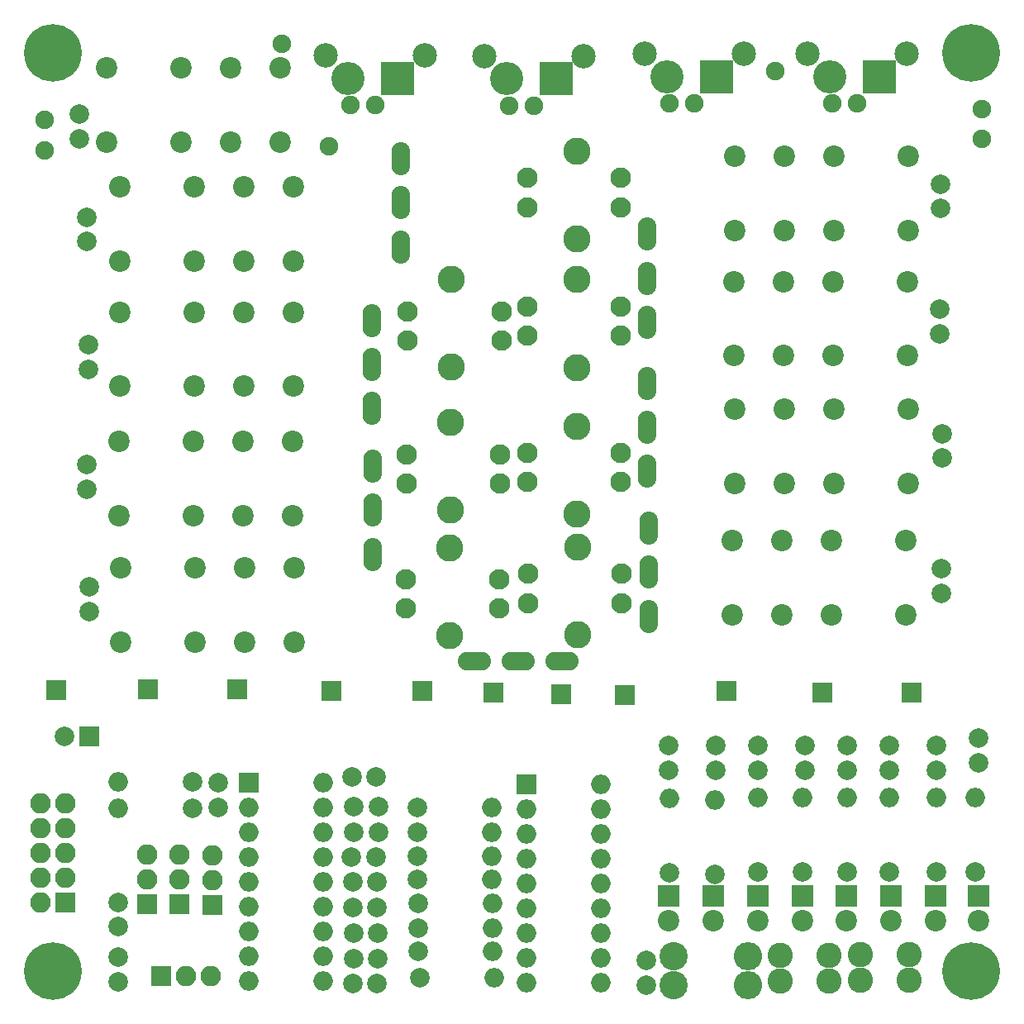
<source format=gbr>
G04 #@! TF.FileFunction,Soldermask,Bot*
%FSLAX46Y46*%
G04 Gerber Fmt 4.6, Leading zero omitted, Abs format (unit mm)*
G04 Created by KiCad (PCBNEW 4.0.7) date 06/02/19 08:27:19*
%MOMM*%
%LPD*%
G01*
G04 APERTURE LIST*
%ADD10C,0.100000*%
%ADD11R,2.000000X2.000000*%
%ADD12O,2.000000X2.000000*%
%ADD13C,2.900000*%
%ADD14O,2.900000X2.900000*%
%ADD15R,2.200000X2.200000*%
%ADD16C,2.200000*%
%ADD17C,2.000000*%
%ADD18R,2.100000X2.100000*%
%ADD19O,2.100000X2.100000*%
%ADD20C,5.900000*%
%ADD21O,1.900000X3.400000*%
%ADD22O,3.400000X1.900000*%
%ADD23C,2.600000*%
%ADD24C,2.100000*%
%ADD25C,2.800000*%
%ADD26O,1.900000X1.900000*%
%ADD27C,1.900000*%
%ADD28C,2.500000*%
%ADD29R,3.400000X3.400000*%
%ADD30C,3.400000*%
G04 APERTURE END LIST*
D10*
D11*
X73025000Y-127762000D03*
D12*
X80645000Y-148082000D03*
X73025000Y-130302000D03*
X80645000Y-145542000D03*
X73025000Y-132842000D03*
X80645000Y-143002000D03*
X73025000Y-135382000D03*
X80645000Y-140462000D03*
X73025000Y-137922000D03*
X80645000Y-137922000D03*
X73025000Y-140462000D03*
X80645000Y-135382000D03*
X73025000Y-143002000D03*
X80645000Y-132842000D03*
X73025000Y-145542000D03*
X80645000Y-130302000D03*
X73025000Y-148082000D03*
X80645000Y-127762000D03*
D13*
X116586000Y-145542000D03*
D14*
X124206000Y-145542000D03*
D15*
X138811000Y-139319000D03*
D16*
X138811000Y-141859000D03*
D17*
X67259200Y-127609600D03*
D12*
X59639200Y-127609600D03*
D15*
X125222000Y-139319000D03*
D16*
X125222000Y-141859000D03*
D17*
X143510000Y-136906000D03*
D12*
X143510000Y-129286000D03*
D15*
X120650000Y-139319000D03*
D16*
X120650000Y-141859000D03*
D11*
X101473000Y-127889000D03*
D12*
X109093000Y-148209000D03*
X101473000Y-130429000D03*
X109093000Y-145669000D03*
X101473000Y-132969000D03*
X109093000Y-143129000D03*
X101473000Y-135509000D03*
X109093000Y-140589000D03*
X101473000Y-138049000D03*
X109093000Y-138049000D03*
X101473000Y-140589000D03*
X109093000Y-135509000D03*
X101473000Y-143129000D03*
X109093000Y-132969000D03*
X101473000Y-145669000D03*
X109093000Y-130429000D03*
X101473000Y-148209000D03*
X109093000Y-127889000D03*
D17*
X116078000Y-123952000D03*
X116078000Y-126452000D03*
X120904000Y-123952000D03*
X120904000Y-126452000D03*
X125222000Y-123952000D03*
X125222000Y-126452000D03*
X130048000Y-123952000D03*
X130048000Y-126452000D03*
X134366000Y-123952000D03*
X134366000Y-126452000D03*
X138684000Y-123952000D03*
X138684000Y-126452000D03*
X143510000Y-123952000D03*
X143510000Y-126452000D03*
X147828000Y-123190000D03*
X147828000Y-125690000D03*
X69926200Y-130225800D03*
X69926200Y-127725800D03*
D18*
X69342000Y-140258800D03*
D19*
X69342000Y-137718800D03*
X69342000Y-135178800D03*
D18*
X65963800Y-140182600D03*
D19*
X65963800Y-137642600D03*
X65963800Y-135102600D03*
D18*
X62611000Y-140182600D03*
D19*
X62611000Y-137642600D03*
X62611000Y-135102600D03*
D17*
X67259200Y-130378200D03*
D12*
X59639200Y-130378200D03*
D20*
X53000000Y-147000000D03*
X147002500Y-147002500D03*
D15*
X129794000Y-139319000D03*
D16*
X129794000Y-141859000D03*
D15*
X134239000Y-139319000D03*
D16*
X134239000Y-141859000D03*
D15*
X143383000Y-139319000D03*
D16*
X143383000Y-141859000D03*
D15*
X147828000Y-139319000D03*
D16*
X147828000Y-141859000D03*
D17*
X116141500Y-136969500D03*
D12*
X116141500Y-129349500D03*
D17*
X120777000Y-137160000D03*
D12*
X120777000Y-129540000D03*
D17*
X125222000Y-136906000D03*
D12*
X125222000Y-129286000D03*
D17*
X129794000Y-136906000D03*
D12*
X129794000Y-129286000D03*
D17*
X134366000Y-136906000D03*
D12*
X134366000Y-129286000D03*
D17*
X138684000Y-136906000D03*
D12*
X138684000Y-129286000D03*
D17*
X147447000Y-136906000D03*
D12*
X147447000Y-129286000D03*
D17*
X86106000Y-127152400D03*
X83606000Y-127152400D03*
D21*
X88646000Y-68326000D03*
X88646000Y-63826000D03*
X88646000Y-72826000D03*
X85661500Y-84899500D03*
X85661500Y-80399500D03*
X85661500Y-89399500D03*
X85725000Y-99822000D03*
X85725000Y-95322000D03*
X85725000Y-104322000D03*
X114046000Y-106172000D03*
X114046000Y-110672000D03*
X114046000Y-101672000D03*
X113880000Y-91310000D03*
X113880000Y-95810000D03*
X113880000Y-86810000D03*
X113875000Y-76050000D03*
X113875000Y-80550000D03*
X113875000Y-71550000D03*
D22*
X100647500Y-115316000D03*
X105147500Y-115316000D03*
X96147500Y-115316000D03*
D18*
X140970000Y-118491000D03*
X111569500Y-118745000D03*
X90805000Y-118300500D03*
X98107500Y-118491000D03*
X53340000Y-118237000D03*
X81470500Y-118300500D03*
X105029000Y-118681500D03*
X62674500Y-118173500D03*
X71818500Y-118173500D03*
X121983500Y-118364000D03*
X131826000Y-118491000D03*
D17*
X90297000Y-130302000D03*
D12*
X97917000Y-130302000D03*
D17*
X90297000Y-132842000D03*
D12*
X97917000Y-132842000D03*
D17*
X90297000Y-135255000D03*
D12*
X97917000Y-135255000D03*
D17*
X90297000Y-137668000D03*
D12*
X97917000Y-137668000D03*
D17*
X90424000Y-140081000D03*
D12*
X98044000Y-140081000D03*
D17*
X90424000Y-142621000D03*
D12*
X98044000Y-142621000D03*
D17*
X90424000Y-145034000D03*
D12*
X98044000Y-145034000D03*
D17*
X90551000Y-147701000D03*
D12*
X98171000Y-147701000D03*
D15*
X116078000Y-139319000D03*
D16*
X116078000Y-141859000D03*
D17*
X83820000Y-130175000D03*
X86320000Y-130175000D03*
X83820000Y-132842000D03*
X86320000Y-132842000D03*
X83566000Y-135382000D03*
X86066000Y-135382000D03*
X83693000Y-137922000D03*
X86193000Y-137922000D03*
X83693000Y-140525500D03*
X86193000Y-140525500D03*
X83756500Y-143129000D03*
X86256500Y-143129000D03*
X83756500Y-145796000D03*
X86256500Y-145796000D03*
X83693000Y-148272500D03*
X86193000Y-148272500D03*
D13*
X116586000Y-148463000D03*
D14*
X124206000Y-148463000D03*
D17*
X59664600Y-148132800D03*
X59664600Y-145632800D03*
X59690000Y-142494000D03*
X59690000Y-139994000D03*
D18*
X54203600Y-140035280D03*
D19*
X51663600Y-140035280D03*
X54203600Y-137495280D03*
X51663600Y-137495280D03*
X54203600Y-134955280D03*
X51663600Y-134955280D03*
X54203600Y-132415280D03*
X51663600Y-132415280D03*
X54203600Y-129875280D03*
X51663600Y-129875280D03*
D17*
X55676800Y-59232800D03*
X55676800Y-61732800D03*
X56591200Y-82880200D03*
X56591200Y-85380200D03*
X56464200Y-95148400D03*
X56464200Y-97648400D03*
X56718200Y-107670600D03*
X56718200Y-110170600D03*
X56464200Y-69799200D03*
X56464200Y-72299200D03*
X143992600Y-108305600D03*
X143992600Y-105805600D03*
X144068800Y-94488000D03*
X144068800Y-91988000D03*
X143840200Y-81711800D03*
X143840200Y-79211800D03*
X143941800Y-68910200D03*
X143941800Y-66410200D03*
D11*
X56657240Y-123027440D03*
D17*
X54157240Y-123027440D03*
D23*
X127508000Y-148005800D03*
X132508000Y-148005800D03*
X140665200Y-147980400D03*
X135665200Y-147980400D03*
D18*
X64068960Y-147579080D03*
D19*
X66608960Y-147579080D03*
X69148960Y-147579080D03*
D17*
X113792000Y-148437600D03*
X113792000Y-145937600D03*
D23*
X127467360Y-145409920D03*
X132467360Y-145409920D03*
X140655040Y-145348960D03*
X135655040Y-145348960D03*
D20*
X147000000Y-53000000D03*
D24*
X89208000Y-94079000D03*
X89208000Y-97079000D03*
X98811000Y-94079000D03*
X98811000Y-97079000D03*
D25*
X93700000Y-90825000D03*
X93700000Y-99825000D03*
D24*
X89107000Y-106902500D03*
X89107000Y-109902500D03*
X98710000Y-106902500D03*
X98710000Y-109902500D03*
D25*
X93599000Y-103648500D03*
X93599000Y-112648500D03*
D24*
X111235500Y-109315000D03*
X111235500Y-106315000D03*
X101632500Y-109315000D03*
X101632500Y-106315000D03*
D25*
X106743500Y-112569000D03*
X106743500Y-103569000D03*
D24*
X111167000Y-96946000D03*
X111167000Y-93946000D03*
X101564000Y-96946000D03*
X101564000Y-93946000D03*
D25*
X106675000Y-100200000D03*
X106675000Y-91200000D03*
D24*
X111167000Y-68771000D03*
X111167000Y-65771000D03*
X101564000Y-68771000D03*
X101564000Y-65771000D03*
D25*
X106675000Y-72025000D03*
X106675000Y-63025000D03*
D24*
X111167000Y-81946000D03*
X111167000Y-78946000D03*
X101564000Y-81946000D03*
X101564000Y-78946000D03*
D25*
X106675000Y-85200000D03*
X106675000Y-76200000D03*
D24*
X89308000Y-79429000D03*
X89308000Y-82429000D03*
X98911000Y-79429000D03*
X98911000Y-82429000D03*
D25*
X93800000Y-76175000D03*
X93800000Y-85175000D03*
D16*
X66088240Y-54493000D03*
X76248240Y-54493000D03*
X71168240Y-54493000D03*
X71168240Y-62093000D03*
X66088240Y-62093000D03*
X76248240Y-62093000D03*
X58468240Y-54493000D03*
X58468240Y-62093000D03*
X67470000Y-66685000D03*
X77630000Y-66685000D03*
X72550000Y-66685000D03*
X72550000Y-74285000D03*
X67470000Y-74285000D03*
X77630000Y-74285000D03*
X59850000Y-66685000D03*
X59850000Y-74285000D03*
X67470000Y-79512000D03*
X77630000Y-79512000D03*
X72550000Y-79512000D03*
X72550000Y-87112000D03*
X67470000Y-87112000D03*
X77630000Y-87112000D03*
X59850000Y-79512000D03*
X59850000Y-87112000D03*
X67368400Y-92770800D03*
X77528400Y-92770800D03*
X72448400Y-92770800D03*
X72448400Y-100370800D03*
X67368400Y-100370800D03*
X77528400Y-100370800D03*
X59748400Y-92770800D03*
X59748400Y-100370800D03*
X67495400Y-105724800D03*
X77655400Y-105724800D03*
X72575400Y-105724800D03*
X72575400Y-113324800D03*
X67495400Y-113324800D03*
X77655400Y-113324800D03*
X59875400Y-105724800D03*
X59875400Y-113324800D03*
X132732800Y-110530800D03*
X122572800Y-110530800D03*
X127652800Y-110530800D03*
X127652800Y-102930800D03*
X132732800Y-102930800D03*
X122572800Y-102930800D03*
X140352800Y-110530800D03*
X140352800Y-102930800D03*
X133012200Y-97068800D03*
X122852200Y-97068800D03*
X127932200Y-97068800D03*
X127932200Y-89468800D03*
X133012200Y-89468800D03*
X122852200Y-89468800D03*
X140632200Y-97068800D03*
X140632200Y-89468800D03*
X132885200Y-83987800D03*
X122725200Y-83987800D03*
X127805200Y-83987800D03*
X127805200Y-76387800D03*
X132885200Y-76387800D03*
X122725200Y-76387800D03*
X140505200Y-83987800D03*
X140505200Y-76387800D03*
X133012200Y-71186200D03*
X122852200Y-71186200D03*
X127932200Y-71186200D03*
X127932200Y-63586200D03*
X133012200Y-63586200D03*
X122852200Y-63586200D03*
X140632200Y-71186200D03*
X140632200Y-63586200D03*
D26*
X127000000Y-54800500D03*
X81254600Y-62560200D03*
X148107400Y-58714640D03*
X148148040Y-61762640D03*
X52151280Y-62976760D03*
X52095400Y-59791600D03*
D20*
X53000000Y-53000000D03*
D26*
X76459080Y-52024280D03*
D27*
X135331200Y-58150800D03*
X132791200Y-58150800D03*
D28*
X130251200Y-53070800D03*
X140411200Y-53070800D03*
D29*
X137617200Y-55422800D03*
D30*
X132537200Y-55422800D03*
D27*
X118681500Y-58163500D03*
X116141500Y-58163500D03*
D28*
X113601500Y-53083500D03*
X123761500Y-53083500D03*
D29*
X120967500Y-55435500D03*
D30*
X115887500Y-55435500D03*
D27*
X102235000Y-58354000D03*
X99695000Y-58354000D03*
D28*
X97155000Y-53274000D03*
X107315000Y-53274000D03*
D29*
X104521000Y-55626000D03*
D30*
X99441000Y-55626000D03*
D27*
X85953600Y-58328600D03*
X83413600Y-58328600D03*
D28*
X80873600Y-53248600D03*
X91033600Y-53248600D03*
D29*
X88239600Y-55600600D03*
D30*
X83159600Y-55600600D03*
M02*

</source>
